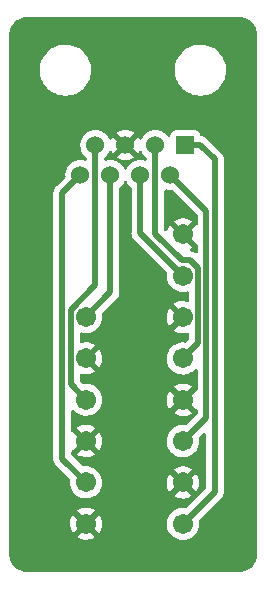
<source format=gbl>
%TF.GenerationSoftware,KiCad,Pcbnew,(6.0.4)*%
%TF.CreationDate,2022-04-04T21:58:20+02:00*%
%TF.ProjectId,TERMINATOR_BOARD,5445524d-494e-4415-944f-525f424f4152,rev?*%
%TF.SameCoordinates,Original*%
%TF.FileFunction,Copper,L2,Bot*%
%TF.FilePolarity,Positive*%
%FSLAX46Y46*%
G04 Gerber Fmt 4.6, Leading zero omitted, Abs format (unit mm)*
G04 Created by KiCad (PCBNEW (6.0.4)) date 2022-04-04 21:58:20*
%MOMM*%
%LPD*%
G01*
G04 APERTURE LIST*
%TA.AperFunction,ComponentPad*%
%ADD10C,1.702000*%
%TD*%
%TA.AperFunction,ComponentPad*%
%ADD11R,1.524000X1.524000*%
%TD*%
%TA.AperFunction,ComponentPad*%
%ADD12C,1.524000*%
%TD*%
%TA.AperFunction,Conductor*%
%ADD13C,0.500000*%
%TD*%
G04 APERTURE END LIST*
D10*
X115200000Y-93412000D03*
X115200000Y-89912000D03*
X115200000Y-86412000D03*
X115200000Y-82912000D03*
X115200000Y-79412000D03*
X115200000Y-75912000D03*
X115200000Y-72412000D03*
X115200000Y-68912000D03*
D11*
X115425000Y-61342000D03*
D12*
X114155000Y-63882000D03*
X112885000Y-61342000D03*
X111615000Y-63882000D03*
X110345000Y-61342000D03*
X109075000Y-63882000D03*
X107805000Y-61342000D03*
X106535000Y-63882000D03*
D10*
X107000000Y-75900000D03*
X107000000Y-79400000D03*
X107000000Y-82900000D03*
X107000000Y-86400000D03*
X107000000Y-89900000D03*
X107000000Y-93400000D03*
D13*
X106535000Y-63882000D02*
X104998989Y-65418011D01*
X104998989Y-87898989D02*
X107000000Y-89900000D01*
X104998989Y-65418011D02*
X104998989Y-87898989D01*
X115714000Y-61342000D02*
X115425000Y-61342000D01*
X116687000Y-61342000D02*
X117901021Y-62556021D01*
X115425000Y-61342000D02*
X116687000Y-61342000D01*
X117901021Y-90710979D02*
X115200000Y-93412000D01*
X117901021Y-62556021D02*
X117901021Y-90710979D01*
X111615000Y-68827000D02*
X115200000Y-72412000D01*
X111615000Y-63882000D02*
X111615000Y-68827000D01*
X105698999Y-75275519D02*
X105698999Y-81598999D01*
X105698999Y-81598999D02*
X107000000Y-82900000D01*
X107805000Y-61342000D02*
X107805000Y-73169518D01*
X107805000Y-73169518D02*
X105698999Y-75275519D01*
X109075000Y-63882000D02*
X109075000Y-73825000D01*
X109075000Y-73825000D02*
X107000000Y-75900000D01*
X115110999Y-71110999D02*
X115824481Y-71110999D01*
X115824481Y-71110999D02*
X116501001Y-71787519D01*
X116501001Y-78110999D02*
X115200000Y-79412000D01*
X112885000Y-68885000D02*
X115110999Y-71110999D01*
X116501001Y-71787519D02*
X116501001Y-78110999D01*
X112885000Y-61342000D02*
X112885000Y-68885000D01*
X117201011Y-66928011D02*
X117201011Y-84410989D01*
X114155000Y-63882000D02*
X117201011Y-66928011D01*
X117201011Y-84410989D02*
X115200000Y-86412000D01*
%TA.AperFunction,Conductor*%
G36*
X119970018Y-50510000D02*
G01*
X119984851Y-50512310D01*
X119984855Y-50512310D01*
X119993724Y-50513691D01*
X120008981Y-50511696D01*
X120034302Y-50510953D01*
X120203285Y-50523039D01*
X120221064Y-50525596D01*
X120411392Y-50566999D01*
X120428641Y-50572063D01*
X120611150Y-50640136D01*
X120627502Y-50647604D01*
X120798458Y-50740952D01*
X120813582Y-50750672D01*
X120969514Y-50867402D01*
X120983100Y-50879175D01*
X121120825Y-51016900D01*
X121132598Y-51030486D01*
X121249328Y-51186418D01*
X121259048Y-51201542D01*
X121352396Y-51372498D01*
X121359864Y-51388850D01*
X121427937Y-51571359D01*
X121433001Y-51588607D01*
X121474404Y-51778936D01*
X121476962Y-51796721D01*
X121488540Y-51958601D01*
X121487793Y-51976565D01*
X121487692Y-51984845D01*
X121486309Y-51993724D01*
X121487474Y-52002630D01*
X121490436Y-52025283D01*
X121491500Y-52041621D01*
X121491500Y-95950633D01*
X121490000Y-95970018D01*
X121487690Y-95984851D01*
X121487690Y-95984855D01*
X121486309Y-95993724D01*
X121488136Y-96007693D01*
X121488304Y-96008976D01*
X121489047Y-96034305D01*
X121476962Y-96203279D01*
X121474404Y-96221064D01*
X121456598Y-96302919D01*
X121433001Y-96411392D01*
X121427937Y-96428641D01*
X121359864Y-96611150D01*
X121352396Y-96627502D01*
X121259048Y-96798458D01*
X121249328Y-96813582D01*
X121132598Y-96969514D01*
X121120825Y-96983100D01*
X120983100Y-97120825D01*
X120969514Y-97132598D01*
X120813582Y-97249328D01*
X120798458Y-97259048D01*
X120627502Y-97352396D01*
X120611150Y-97359864D01*
X120428641Y-97427937D01*
X120411393Y-97433001D01*
X120221064Y-97474404D01*
X120203285Y-97476961D01*
X120041395Y-97488540D01*
X120023435Y-97487793D01*
X120015155Y-97487692D01*
X120006276Y-97486309D01*
X119974714Y-97490436D01*
X119958379Y-97491500D01*
X102049367Y-97491500D01*
X102029982Y-97490000D01*
X102015149Y-97487690D01*
X102015145Y-97487690D01*
X102006276Y-97486309D01*
X101991019Y-97488304D01*
X101965698Y-97489047D01*
X101796715Y-97476961D01*
X101778936Y-97474404D01*
X101588607Y-97433001D01*
X101571359Y-97427937D01*
X101388850Y-97359864D01*
X101372498Y-97352396D01*
X101201542Y-97259048D01*
X101186418Y-97249328D01*
X101030486Y-97132598D01*
X101016900Y-97120825D01*
X100879175Y-96983100D01*
X100867402Y-96969514D01*
X100750672Y-96813582D01*
X100740952Y-96798458D01*
X100647604Y-96627502D01*
X100640136Y-96611150D01*
X100572063Y-96428641D01*
X100566999Y-96411392D01*
X100543402Y-96302919D01*
X100525596Y-96221064D01*
X100523038Y-96203278D01*
X100511719Y-96045012D01*
X100512805Y-96022245D01*
X100512334Y-96022203D01*
X100512770Y-96017345D01*
X100513576Y-96012552D01*
X100513729Y-96000000D01*
X100509773Y-95972376D01*
X100508500Y-95954514D01*
X100508500Y-94525584D01*
X106239245Y-94525584D01*
X106244526Y-94532639D01*
X106406322Y-94627184D01*
X106415609Y-94631634D01*
X106614721Y-94707667D01*
X106624619Y-94710543D01*
X106833476Y-94753035D01*
X106843704Y-94754254D01*
X107056696Y-94762065D01*
X107066982Y-94761598D01*
X107278389Y-94734516D01*
X107288475Y-94732373D01*
X107492617Y-94671127D01*
X107502212Y-94667366D01*
X107693600Y-94573607D01*
X107702466Y-94568322D01*
X107749964Y-94534441D01*
X107758365Y-94523741D01*
X107751378Y-94510589D01*
X107012811Y-93772021D01*
X106998868Y-93764408D01*
X106997034Y-93764539D01*
X106990420Y-93768790D01*
X106246002Y-94513209D01*
X106239245Y-94525584D01*
X100508500Y-94525584D01*
X100508500Y-93371839D01*
X105637046Y-93371839D01*
X105649315Y-93584616D01*
X105650751Y-93594837D01*
X105697607Y-93802746D01*
X105700687Y-93812575D01*
X105780874Y-94010056D01*
X105785517Y-94019247D01*
X105865732Y-94150147D01*
X105876188Y-94159607D01*
X105884966Y-94155823D01*
X106627979Y-93412811D01*
X106634356Y-93401132D01*
X107364408Y-93401132D01*
X107364539Y-93402965D01*
X107368790Y-93409580D01*
X108111191Y-94151981D01*
X108123201Y-94158539D01*
X108134941Y-94149571D01*
X108165864Y-94106537D01*
X108171174Y-94097700D01*
X108265603Y-93906637D01*
X108269402Y-93897042D01*
X108331357Y-93693127D01*
X108333536Y-93683046D01*
X108361593Y-93469935D01*
X108362112Y-93463262D01*
X108363576Y-93403365D01*
X108363382Y-93396646D01*
X108345771Y-93182430D01*
X108344088Y-93172268D01*
X108292165Y-92965551D01*
X108288847Y-92955803D01*
X108203858Y-92760341D01*
X108198991Y-92751264D01*
X108133786Y-92650474D01*
X108123100Y-92641272D01*
X108113535Y-92645675D01*
X107372022Y-93387188D01*
X107364408Y-93401132D01*
X106634356Y-93401132D01*
X106635592Y-93398868D01*
X106635461Y-93397034D01*
X106631210Y-93390420D01*
X105889125Y-92648336D01*
X105877593Y-92642039D01*
X105865311Y-92651662D01*
X105817218Y-92722163D01*
X105812129Y-92731121D01*
X105722391Y-92924445D01*
X105718837Y-92934105D01*
X105661875Y-93139504D01*
X105659948Y-93149608D01*
X105637298Y-93361550D01*
X105637046Y-93371839D01*
X100508500Y-93371839D01*
X100508500Y-92275712D01*
X106240508Y-92275712D01*
X106247250Y-92288039D01*
X106987189Y-93027979D01*
X107001132Y-93035592D01*
X107002966Y-93035461D01*
X107009580Y-93031210D01*
X107754106Y-92286683D01*
X107761123Y-92273833D01*
X107754294Y-92264461D01*
X107750111Y-92261682D01*
X107563523Y-92158680D01*
X107554118Y-92154453D01*
X107353213Y-92083309D01*
X107343250Y-92080677D01*
X107133420Y-92043300D01*
X107123169Y-92042331D01*
X106910046Y-92039727D01*
X106899762Y-92040447D01*
X106689087Y-92072684D01*
X106679060Y-92075073D01*
X106476479Y-92141287D01*
X106466970Y-92145284D01*
X106277928Y-92243693D01*
X106269204Y-92249187D01*
X106248962Y-92264385D01*
X106240508Y-92275712D01*
X100508500Y-92275712D01*
X100508500Y-87872338D01*
X104235790Y-87872338D01*
X104236383Y-87879630D01*
X104236383Y-87879633D01*
X104240074Y-87925007D01*
X104240489Y-87935222D01*
X104240489Y-87943282D01*
X104240914Y-87946926D01*
X104243778Y-87971496D01*
X104244211Y-87975871D01*
X104250129Y-88048626D01*
X104252385Y-88055590D01*
X104253576Y-88061549D01*
X104254960Y-88067404D01*
X104255807Y-88074670D01*
X104280724Y-88143316D01*
X104282141Y-88147444D01*
X104304638Y-88216888D01*
X104308434Y-88223143D01*
X104310940Y-88228617D01*
X104313659Y-88234047D01*
X104316156Y-88240926D01*
X104320169Y-88247046D01*
X104320169Y-88247047D01*
X104356175Y-88301965D01*
X104358512Y-88305669D01*
X104396394Y-88368096D01*
X104400110Y-88372304D01*
X104400111Y-88372305D01*
X104403792Y-88376473D01*
X104403765Y-88376497D01*
X104406418Y-88379489D01*
X104409121Y-88382722D01*
X104413133Y-88388841D01*
X104418445Y-88393873D01*
X104469372Y-88442117D01*
X104471814Y-88444495D01*
X105618541Y-89591222D01*
X105652567Y-89653534D01*
X105654733Y-89693705D01*
X105636248Y-89866671D01*
X105636545Y-89871823D01*
X105636545Y-89871827D01*
X105637238Y-89883839D01*
X105649117Y-90089854D01*
X105650252Y-90094891D01*
X105650253Y-90094897D01*
X105691158Y-90276408D01*
X105698264Y-90307939D01*
X105700208Y-90312725D01*
X105700209Y-90312730D01*
X105780427Y-90510282D01*
X105782371Y-90515069D01*
X105899178Y-90705680D01*
X105902559Y-90709583D01*
X106042163Y-90870747D01*
X106042167Y-90870751D01*
X106045548Y-90874654D01*
X106049523Y-90877954D01*
X106049526Y-90877957D01*
X106107751Y-90926296D01*
X106217551Y-91017454D01*
X106222003Y-91020056D01*
X106222008Y-91020059D01*
X106379795Y-91112262D01*
X106410566Y-91130243D01*
X106619412Y-91209993D01*
X106624480Y-91211024D01*
X106624483Y-91211025D01*
X106694726Y-91225316D01*
X106838478Y-91254563D01*
X106843653Y-91254753D01*
X106843655Y-91254753D01*
X107056718Y-91262566D01*
X107056722Y-91262566D01*
X107061882Y-91262755D01*
X107067002Y-91262099D01*
X107067004Y-91262099D01*
X107278497Y-91235006D01*
X107278498Y-91235006D01*
X107283625Y-91234349D01*
X107313734Y-91225316D01*
X107492797Y-91171594D01*
X107497750Y-91170108D01*
X107502389Y-91167835D01*
X107502395Y-91167833D01*
X107658608Y-91091305D01*
X107698508Y-91071758D01*
X107746418Y-91037584D01*
X114439245Y-91037584D01*
X114444526Y-91044639D01*
X114606322Y-91139184D01*
X114615609Y-91143634D01*
X114814721Y-91219667D01*
X114824619Y-91222543D01*
X115033476Y-91265035D01*
X115043704Y-91266254D01*
X115256696Y-91274065D01*
X115266982Y-91273598D01*
X115478389Y-91246516D01*
X115488475Y-91244373D01*
X115692617Y-91183127D01*
X115702212Y-91179366D01*
X115893600Y-91085607D01*
X115902466Y-91080322D01*
X115949964Y-91046441D01*
X115958365Y-91035741D01*
X115951378Y-91022589D01*
X115212811Y-90284021D01*
X115198868Y-90276408D01*
X115197034Y-90276539D01*
X115190420Y-90280790D01*
X114446002Y-91025209D01*
X114439245Y-91037584D01*
X107746418Y-91037584D01*
X107831114Y-90977171D01*
X107876295Y-90944944D01*
X107876300Y-90944940D01*
X107880507Y-90941939D01*
X108038859Y-90784139D01*
X108042650Y-90778864D01*
X108166294Y-90606794D01*
X108169312Y-90602594D01*
X108209117Y-90522056D01*
X108263149Y-90412729D01*
X108268363Y-90402180D01*
X108304263Y-90284021D01*
X108331847Y-90193233D01*
X108331848Y-90193227D01*
X108333351Y-90188281D01*
X108346988Y-90084695D01*
X108362093Y-89969961D01*
X108362093Y-89969955D01*
X108362530Y-89966639D01*
X108362612Y-89963286D01*
X108364077Y-89903364D01*
X108364077Y-89903360D01*
X108364159Y-89900000D01*
X108362830Y-89883839D01*
X113837046Y-89883839D01*
X113849315Y-90096616D01*
X113850751Y-90106837D01*
X113897607Y-90314746D01*
X113900687Y-90324575D01*
X113980874Y-90522056D01*
X113985517Y-90531247D01*
X114065732Y-90662147D01*
X114076188Y-90671607D01*
X114084966Y-90667823D01*
X114827979Y-89924811D01*
X114834356Y-89913132D01*
X115564408Y-89913132D01*
X115564539Y-89914965D01*
X115568790Y-89921580D01*
X116311191Y-90663981D01*
X116323201Y-90670539D01*
X116334941Y-90661571D01*
X116365864Y-90618537D01*
X116371174Y-90609700D01*
X116465603Y-90418637D01*
X116469402Y-90409042D01*
X116531357Y-90205127D01*
X116533536Y-90195046D01*
X116561593Y-89981935D01*
X116562112Y-89975262D01*
X116563576Y-89915365D01*
X116563382Y-89908646D01*
X116545771Y-89694430D01*
X116544088Y-89684268D01*
X116492165Y-89477551D01*
X116488847Y-89467803D01*
X116403858Y-89272341D01*
X116398991Y-89263264D01*
X116333786Y-89162474D01*
X116323100Y-89153272D01*
X116313535Y-89157675D01*
X115572022Y-89899188D01*
X115564408Y-89913132D01*
X114834356Y-89913132D01*
X114835592Y-89910868D01*
X114835461Y-89909034D01*
X114831210Y-89902420D01*
X114089125Y-89160336D01*
X114077593Y-89154039D01*
X114065311Y-89163662D01*
X114017218Y-89234163D01*
X114012129Y-89243121D01*
X113922391Y-89436445D01*
X113918837Y-89446105D01*
X113861875Y-89651504D01*
X113859948Y-89661608D01*
X113837298Y-89873550D01*
X113837046Y-89883839D01*
X108362830Y-89883839D01*
X108347258Y-89694430D01*
X108346265Y-89682348D01*
X108346264Y-89682342D01*
X108345841Y-89677197D01*
X108291380Y-89460378D01*
X108202238Y-89255366D01*
X108080809Y-89067665D01*
X107930354Y-88902317D01*
X107858701Y-88845729D01*
X107785239Y-88787712D01*
X114440508Y-88787712D01*
X114447250Y-88800039D01*
X115187189Y-89539979D01*
X115201132Y-89547592D01*
X115202966Y-89547461D01*
X115209580Y-89543210D01*
X115954106Y-88798683D01*
X115961123Y-88785833D01*
X115954294Y-88776461D01*
X115950111Y-88773682D01*
X115763523Y-88670680D01*
X115754118Y-88666453D01*
X115553213Y-88595309D01*
X115543250Y-88592677D01*
X115333420Y-88555300D01*
X115323169Y-88554331D01*
X115110046Y-88551727D01*
X115099762Y-88552447D01*
X114889087Y-88584684D01*
X114879060Y-88587073D01*
X114676479Y-88653287D01*
X114666970Y-88657284D01*
X114477928Y-88755693D01*
X114469204Y-88761187D01*
X114448962Y-88776385D01*
X114440508Y-88787712D01*
X107785239Y-88787712D01*
X107758968Y-88766964D01*
X107758963Y-88766961D01*
X107754914Y-88763763D01*
X107750398Y-88761270D01*
X107750395Y-88761268D01*
X107563724Y-88658220D01*
X107563720Y-88658218D01*
X107559200Y-88655723D01*
X107554331Y-88653999D01*
X107554327Y-88653997D01*
X107353344Y-88582825D01*
X107353340Y-88582824D01*
X107348469Y-88581099D01*
X107343376Y-88580192D01*
X107343373Y-88580191D01*
X107133468Y-88542801D01*
X107133462Y-88542800D01*
X107128379Y-88541895D01*
X107054610Y-88540994D01*
X106910011Y-88539227D01*
X106910009Y-88539227D01*
X106904841Y-88539164D01*
X106800509Y-88555129D01*
X106730146Y-88545661D01*
X106692355Y-88519674D01*
X105794394Y-87621713D01*
X105760368Y-87559401D01*
X105757489Y-87532618D01*
X105757489Y-87525584D01*
X106239245Y-87525584D01*
X106244526Y-87532639D01*
X106406322Y-87627184D01*
X106415609Y-87631634D01*
X106614721Y-87707667D01*
X106624619Y-87710543D01*
X106833476Y-87753035D01*
X106843704Y-87754254D01*
X107056696Y-87762065D01*
X107066982Y-87761598D01*
X107278389Y-87734516D01*
X107288475Y-87732373D01*
X107492617Y-87671127D01*
X107502212Y-87667366D01*
X107693600Y-87573607D01*
X107702466Y-87568322D01*
X107749964Y-87534441D01*
X107758365Y-87523741D01*
X107751378Y-87510589D01*
X107012811Y-86772021D01*
X106998868Y-86764408D01*
X106997034Y-86764539D01*
X106990420Y-86768790D01*
X106246002Y-87513209D01*
X106239245Y-87525584D01*
X105757489Y-87525584D01*
X105757489Y-87289511D01*
X105777491Y-87221390D01*
X105831147Y-87174897D01*
X105844978Y-87173059D01*
X105884966Y-87155823D01*
X106627979Y-86412811D01*
X106634356Y-86401132D01*
X107364408Y-86401132D01*
X107364539Y-86402965D01*
X107368790Y-86409580D01*
X108111191Y-87151981D01*
X108123201Y-87158539D01*
X108134941Y-87149571D01*
X108165864Y-87106537D01*
X108171174Y-87097700D01*
X108265603Y-86906637D01*
X108269402Y-86897042D01*
X108331357Y-86693127D01*
X108333536Y-86683046D01*
X108361593Y-86469935D01*
X108362112Y-86463262D01*
X108363576Y-86403365D01*
X108363382Y-86396646D01*
X108345771Y-86182430D01*
X108344088Y-86172268D01*
X108292165Y-85965551D01*
X108288847Y-85955803D01*
X108203858Y-85760341D01*
X108198991Y-85751264D01*
X108133786Y-85650474D01*
X108123100Y-85641272D01*
X108113535Y-85645675D01*
X107372022Y-86387188D01*
X107364408Y-86401132D01*
X106634356Y-86401132D01*
X106635592Y-86398868D01*
X106635461Y-86397034D01*
X106631210Y-86390420D01*
X105889125Y-85648336D01*
X105859975Y-85632419D01*
X105823106Y-85624399D01*
X105772903Y-85574198D01*
X105757489Y-85513810D01*
X105757489Y-85275712D01*
X106240508Y-85275712D01*
X106247250Y-85288039D01*
X106987189Y-86027979D01*
X107001132Y-86035592D01*
X107002966Y-86035461D01*
X107009580Y-86031210D01*
X107754106Y-85286683D01*
X107761123Y-85273833D01*
X107754294Y-85264461D01*
X107750111Y-85261682D01*
X107563523Y-85158680D01*
X107554118Y-85154453D01*
X107353213Y-85083309D01*
X107343250Y-85080677D01*
X107133420Y-85043300D01*
X107123169Y-85042331D01*
X106910046Y-85039727D01*
X106899762Y-85040447D01*
X106689087Y-85072684D01*
X106679060Y-85075073D01*
X106476479Y-85141287D01*
X106466970Y-85145284D01*
X106277928Y-85243693D01*
X106269204Y-85249187D01*
X106248962Y-85264385D01*
X106240508Y-85275712D01*
X105757489Y-85275712D01*
X105757489Y-83880011D01*
X105777491Y-83811890D01*
X105831147Y-83765397D01*
X105901421Y-83755293D01*
X105966001Y-83784787D01*
X105978726Y-83797513D01*
X105991180Y-83811890D01*
X106045548Y-83874654D01*
X106049523Y-83877954D01*
X106049526Y-83877957D01*
X106107751Y-83926296D01*
X106217551Y-84017454D01*
X106222003Y-84020056D01*
X106222008Y-84020059D01*
X106406108Y-84127638D01*
X106410566Y-84130243D01*
X106619412Y-84209993D01*
X106624480Y-84211024D01*
X106624483Y-84211025D01*
X106731825Y-84232864D01*
X106838478Y-84254563D01*
X106843653Y-84254753D01*
X106843655Y-84254753D01*
X107056718Y-84262566D01*
X107056722Y-84262566D01*
X107061882Y-84262755D01*
X107067002Y-84262099D01*
X107067004Y-84262099D01*
X107278497Y-84235006D01*
X107278498Y-84235006D01*
X107283625Y-84234349D01*
X107332563Y-84219667D01*
X107492797Y-84171594D01*
X107497750Y-84170108D01*
X107502389Y-84167835D01*
X107502395Y-84167833D01*
X107658608Y-84091305D01*
X107698508Y-84071758D01*
X107746418Y-84037584D01*
X114439245Y-84037584D01*
X114444526Y-84044639D01*
X114606322Y-84139184D01*
X114615609Y-84143634D01*
X114814721Y-84219667D01*
X114824619Y-84222543D01*
X115033476Y-84265035D01*
X115043704Y-84266254D01*
X115256696Y-84274065D01*
X115266982Y-84273598D01*
X115478389Y-84246516D01*
X115488475Y-84244373D01*
X115692617Y-84183127D01*
X115702212Y-84179366D01*
X115893600Y-84085607D01*
X115902466Y-84080322D01*
X115949964Y-84046441D01*
X115958365Y-84035741D01*
X115951378Y-84022589D01*
X115212811Y-83284021D01*
X115198868Y-83276408D01*
X115197034Y-83276539D01*
X115190420Y-83280790D01*
X114446002Y-84025209D01*
X114439245Y-84037584D01*
X107746418Y-84037584D01*
X107779266Y-84014154D01*
X107876295Y-83944944D01*
X107876300Y-83944940D01*
X107880507Y-83941939D01*
X108038859Y-83784139D01*
X108052327Y-83765397D01*
X108166294Y-83606794D01*
X108169312Y-83602594D01*
X108209117Y-83522056D01*
X108266069Y-83406821D01*
X108268363Y-83402180D01*
X108304263Y-83284021D01*
X108331847Y-83193233D01*
X108331848Y-83193227D01*
X108333351Y-83188281D01*
X108362530Y-82966639D01*
X108362612Y-82963286D01*
X108364077Y-82903364D01*
X108364077Y-82903360D01*
X108364159Y-82900000D01*
X108362830Y-82883839D01*
X113837046Y-82883839D01*
X113849315Y-83096616D01*
X113850751Y-83106837D01*
X113897607Y-83314746D01*
X113900687Y-83324575D01*
X113980874Y-83522056D01*
X113985517Y-83531247D01*
X114065732Y-83662147D01*
X114076188Y-83671607D01*
X114084966Y-83667823D01*
X114827979Y-82924811D01*
X114835592Y-82910868D01*
X114835461Y-82909034D01*
X114831210Y-82902420D01*
X114089125Y-82160336D01*
X114077593Y-82154039D01*
X114065311Y-82163662D01*
X114017218Y-82234163D01*
X114012129Y-82243121D01*
X113922391Y-82436445D01*
X113918837Y-82446105D01*
X113861875Y-82651504D01*
X113859948Y-82661608D01*
X113837298Y-82873550D01*
X113837046Y-82883839D01*
X108362830Y-82883839D01*
X108356927Y-82812031D01*
X108346265Y-82682348D01*
X108346264Y-82682342D01*
X108345841Y-82677197D01*
X108291380Y-82460378D01*
X108202238Y-82255366D01*
X108080809Y-82067665D01*
X107930354Y-81902317D01*
X107858701Y-81845729D01*
X107785239Y-81787712D01*
X114440508Y-81787712D01*
X114447250Y-81800039D01*
X115187189Y-82539979D01*
X115201132Y-82547592D01*
X115202966Y-82547461D01*
X115209580Y-82543210D01*
X115954106Y-81798683D01*
X115961123Y-81785833D01*
X115954294Y-81776461D01*
X115950111Y-81773682D01*
X115763523Y-81670680D01*
X115754118Y-81666453D01*
X115553213Y-81595309D01*
X115543250Y-81592677D01*
X115333420Y-81555300D01*
X115323169Y-81554331D01*
X115110046Y-81551727D01*
X115099762Y-81552447D01*
X114889087Y-81584684D01*
X114879060Y-81587073D01*
X114676479Y-81653287D01*
X114666970Y-81657284D01*
X114477928Y-81755693D01*
X114469204Y-81761187D01*
X114448962Y-81776385D01*
X114440508Y-81787712D01*
X107785239Y-81787712D01*
X107758968Y-81766964D01*
X107758963Y-81766961D01*
X107754914Y-81763763D01*
X107750398Y-81761270D01*
X107750395Y-81761268D01*
X107563724Y-81658220D01*
X107563720Y-81658218D01*
X107559200Y-81655723D01*
X107554331Y-81653999D01*
X107554327Y-81653997D01*
X107353344Y-81582825D01*
X107353340Y-81582824D01*
X107348469Y-81581099D01*
X107343376Y-81580192D01*
X107343373Y-81580191D01*
X107133468Y-81542801D01*
X107133462Y-81542800D01*
X107128379Y-81541895D01*
X107054610Y-81540994D01*
X106910011Y-81539227D01*
X106910009Y-81539227D01*
X106904841Y-81539164D01*
X106800509Y-81555129D01*
X106730146Y-81545661D01*
X106692355Y-81519674D01*
X106494404Y-81321723D01*
X106460378Y-81259411D01*
X106457499Y-81232628D01*
X106457499Y-80829807D01*
X106477501Y-80761686D01*
X106531157Y-80715193D01*
X106601431Y-80705089D01*
X106618649Y-80708809D01*
X106624615Y-80710542D01*
X106833476Y-80753035D01*
X106843704Y-80754254D01*
X107056696Y-80762065D01*
X107066982Y-80761598D01*
X107278389Y-80734516D01*
X107288475Y-80732373D01*
X107492617Y-80671127D01*
X107502212Y-80667366D01*
X107693600Y-80573607D01*
X107702466Y-80568322D01*
X107749964Y-80534441D01*
X107758365Y-80523741D01*
X107751377Y-80510588D01*
X106729885Y-79489095D01*
X106695859Y-79426783D01*
X106697694Y-79401132D01*
X107364408Y-79401132D01*
X107364539Y-79402965D01*
X107368790Y-79409580D01*
X108111191Y-80151981D01*
X108123201Y-80158539D01*
X108134941Y-80149571D01*
X108165864Y-80106537D01*
X108171174Y-80097700D01*
X108265603Y-79906637D01*
X108269402Y-79897042D01*
X108331357Y-79693127D01*
X108333536Y-79683046D01*
X108361593Y-79469935D01*
X108362112Y-79463262D01*
X108363576Y-79403365D01*
X108363382Y-79396646D01*
X108345771Y-79182430D01*
X108344088Y-79172268D01*
X108292165Y-78965551D01*
X108288847Y-78955803D01*
X108203858Y-78760341D01*
X108198991Y-78751264D01*
X108133786Y-78650474D01*
X108123100Y-78641272D01*
X108113535Y-78645675D01*
X107372022Y-79387188D01*
X107364408Y-79401132D01*
X106697694Y-79401132D01*
X106700924Y-79355967D01*
X106729885Y-79310905D01*
X107000000Y-79040790D01*
X107754102Y-78286687D01*
X107761122Y-78273832D01*
X107754292Y-78264459D01*
X107750111Y-78261682D01*
X107563523Y-78158680D01*
X107554118Y-78154453D01*
X107353213Y-78083309D01*
X107343250Y-78080677D01*
X107133420Y-78043300D01*
X107123169Y-78042331D01*
X106910046Y-78039727D01*
X106899762Y-78040447D01*
X106689087Y-78072684D01*
X106679060Y-78075073D01*
X106622644Y-78093512D01*
X106551680Y-78095663D01*
X106490818Y-78059107D01*
X106459382Y-77995449D01*
X106457499Y-77973747D01*
X106457499Y-77330328D01*
X106477501Y-77262207D01*
X106531157Y-77215714D01*
X106601431Y-77205610D01*
X106616409Y-77208846D01*
X106619412Y-77209993D01*
X106838478Y-77254563D01*
X106843653Y-77254753D01*
X106843655Y-77254753D01*
X107056718Y-77262566D01*
X107056722Y-77262566D01*
X107061882Y-77262755D01*
X107067002Y-77262099D01*
X107067004Y-77262099D01*
X107278497Y-77235006D01*
X107278498Y-77235006D01*
X107283625Y-77234349D01*
X107332563Y-77219667D01*
X107492797Y-77171594D01*
X107497750Y-77170108D01*
X107502389Y-77167835D01*
X107502395Y-77167833D01*
X107693870Y-77074030D01*
X107698508Y-77071758D01*
X107763773Y-77025205D01*
X107876295Y-76944944D01*
X107876300Y-76944940D01*
X107880507Y-76941939D01*
X108038859Y-76784139D01*
X108169312Y-76602594D01*
X108209117Y-76522056D01*
X108266069Y-76406821D01*
X108268363Y-76402180D01*
X108308155Y-76271210D01*
X108331847Y-76193233D01*
X108331848Y-76193227D01*
X108333351Y-76188281D01*
X108362530Y-75966639D01*
X108362789Y-75956033D01*
X108364077Y-75903364D01*
X108364077Y-75903360D01*
X108364159Y-75900000D01*
X108362830Y-75883839D01*
X113837046Y-75883839D01*
X113849315Y-76096616D01*
X113850751Y-76106837D01*
X113897607Y-76314746D01*
X113900687Y-76324575D01*
X113980874Y-76522056D01*
X113985517Y-76531247D01*
X114065732Y-76662147D01*
X114076188Y-76671607D01*
X114084966Y-76667823D01*
X114827979Y-75924811D01*
X114835592Y-75910868D01*
X114835461Y-75909034D01*
X114831210Y-75902420D01*
X114089125Y-75160336D01*
X114077593Y-75154039D01*
X114065311Y-75163662D01*
X114017218Y-75234163D01*
X114012129Y-75243121D01*
X113922391Y-75436445D01*
X113918837Y-75446105D01*
X113861875Y-75651504D01*
X113859948Y-75661608D01*
X113837298Y-75873550D01*
X113837046Y-75883839D01*
X108362830Y-75883839D01*
X108346797Y-75688822D01*
X108361150Y-75619292D01*
X108383278Y-75589403D01*
X109563911Y-74408770D01*
X109578323Y-74396384D01*
X109589918Y-74387851D01*
X109589923Y-74387846D01*
X109595818Y-74383508D01*
X109600557Y-74377930D01*
X109600560Y-74377927D01*
X109630035Y-74343232D01*
X109636965Y-74335716D01*
X109642660Y-74330021D01*
X109660281Y-74307749D01*
X109663072Y-74304345D01*
X109705591Y-74254297D01*
X109705592Y-74254295D01*
X109710333Y-74248715D01*
X109713661Y-74242199D01*
X109717028Y-74237150D01*
X109720195Y-74232021D01*
X109724734Y-74226284D01*
X109755655Y-74160125D01*
X109757561Y-74156225D01*
X109763626Y-74144348D01*
X109790769Y-74091192D01*
X109792508Y-74084084D01*
X109794607Y-74078441D01*
X109796524Y-74072678D01*
X109799622Y-74066050D01*
X109814487Y-73994583D01*
X109815457Y-73990299D01*
X109823308Y-73958214D01*
X109832808Y-73919390D01*
X109833500Y-73908236D01*
X109833536Y-73908238D01*
X109833775Y-73904245D01*
X109834149Y-73900053D01*
X109835640Y-73892885D01*
X109833546Y-73815479D01*
X109833500Y-73812072D01*
X109833500Y-64967478D01*
X109853502Y-64899357D01*
X109887229Y-64864265D01*
X109890270Y-64862136D01*
X109890272Y-64862134D01*
X109894781Y-64858977D01*
X110051977Y-64701781D01*
X110179488Y-64519676D01*
X110181811Y-64514694D01*
X110181814Y-64514689D01*
X110230805Y-64409627D01*
X110277723Y-64356342D01*
X110346000Y-64336881D01*
X110413960Y-64357423D01*
X110459195Y-64409627D01*
X110508186Y-64514689D01*
X110508189Y-64514694D01*
X110510512Y-64519676D01*
X110638023Y-64701781D01*
X110795219Y-64858977D01*
X110799728Y-64862134D01*
X110799730Y-64862136D01*
X110802771Y-64864265D01*
X110803797Y-64865548D01*
X110803943Y-64865671D01*
X110803918Y-64865700D01*
X110847099Y-64919722D01*
X110856500Y-64967478D01*
X110856500Y-68759930D01*
X110855067Y-68778880D01*
X110851801Y-68800349D01*
X110852394Y-68807641D01*
X110852394Y-68807644D01*
X110856085Y-68853018D01*
X110856500Y-68863233D01*
X110856500Y-68871293D01*
X110856925Y-68874937D01*
X110859789Y-68899507D01*
X110860222Y-68903882D01*
X110861662Y-68921580D01*
X110866140Y-68976637D01*
X110868396Y-68983601D01*
X110869587Y-68989560D01*
X110870971Y-68995415D01*
X110871818Y-69002681D01*
X110896735Y-69071327D01*
X110898152Y-69075455D01*
X110920649Y-69144899D01*
X110924445Y-69151154D01*
X110926951Y-69156628D01*
X110929670Y-69162058D01*
X110932167Y-69168937D01*
X110936180Y-69175057D01*
X110936180Y-69175058D01*
X110972186Y-69229976D01*
X110974523Y-69233680D01*
X111012405Y-69296107D01*
X111016121Y-69300315D01*
X111016122Y-69300316D01*
X111019803Y-69304484D01*
X111019776Y-69304508D01*
X111022429Y-69307500D01*
X111025132Y-69310733D01*
X111029144Y-69316852D01*
X111034456Y-69321884D01*
X111085383Y-69370128D01*
X111087825Y-69372506D01*
X113818541Y-72103222D01*
X113852567Y-72165534D01*
X113854733Y-72205705D01*
X113836248Y-72378671D01*
X113849117Y-72601854D01*
X113898264Y-72819939D01*
X113900208Y-72824725D01*
X113900209Y-72824730D01*
X113927623Y-72892242D01*
X113982371Y-73027069D01*
X114099178Y-73217680D01*
X114102559Y-73221583D01*
X114242163Y-73382747D01*
X114242167Y-73382751D01*
X114245548Y-73386654D01*
X114417551Y-73529454D01*
X114422003Y-73532056D01*
X114422008Y-73532059D01*
X114606108Y-73639638D01*
X114610566Y-73642243D01*
X114819412Y-73721993D01*
X114824480Y-73723024D01*
X114824483Y-73723025D01*
X114931825Y-73744864D01*
X115038478Y-73766563D01*
X115043653Y-73766753D01*
X115043655Y-73766753D01*
X115256718Y-73774566D01*
X115256722Y-73774566D01*
X115261882Y-73774755D01*
X115267002Y-73774099D01*
X115267004Y-73774099D01*
X115478497Y-73747006D01*
X115478498Y-73747006D01*
X115483625Y-73746349D01*
X115580293Y-73717347D01*
X115651289Y-73716931D01*
X115711239Y-73754963D01*
X115741111Y-73819369D01*
X115742501Y-73838033D01*
X115742501Y-74484054D01*
X115722499Y-74552175D01*
X115668843Y-74598668D01*
X115598569Y-74608772D01*
X115574441Y-74602827D01*
X115553209Y-74595308D01*
X115543250Y-74592677D01*
X115333420Y-74555300D01*
X115323169Y-74554331D01*
X115110046Y-74551727D01*
X115099762Y-74552447D01*
X114889087Y-74584684D01*
X114879060Y-74587073D01*
X114676479Y-74653287D01*
X114666970Y-74657284D01*
X114477928Y-74755693D01*
X114469204Y-74761187D01*
X114448962Y-74776385D01*
X114440508Y-74787711D01*
X114447254Y-74800043D01*
X115470115Y-75822905D01*
X115504141Y-75885217D01*
X115499076Y-75956033D01*
X115470115Y-76001095D01*
X115200000Y-76271210D01*
X114446006Y-77025205D01*
X114439246Y-77037585D01*
X114444527Y-77044639D01*
X114606322Y-77139184D01*
X114615609Y-77143634D01*
X114814721Y-77219667D01*
X114824619Y-77222543D01*
X115033476Y-77265035D01*
X115043704Y-77266254D01*
X115256696Y-77274065D01*
X115266982Y-77273598D01*
X115478389Y-77246516D01*
X115488482Y-77244371D01*
X115580293Y-77216826D01*
X115651288Y-77216408D01*
X115711239Y-77254441D01*
X115741111Y-77318847D01*
X115742501Y-77337511D01*
X115742501Y-77744628D01*
X115722499Y-77812749D01*
X115705596Y-77833723D01*
X115508159Y-78031160D01*
X115445847Y-78065186D01*
X115396972Y-78066113D01*
X115328379Y-78053895D01*
X115254610Y-78052994D01*
X115110011Y-78051227D01*
X115110009Y-78051227D01*
X115104841Y-78051164D01*
X114883859Y-78084979D01*
X114671367Y-78154432D01*
X114473072Y-78257658D01*
X114468939Y-78260761D01*
X114468936Y-78260763D01*
X114451530Y-78273832D01*
X114294299Y-78391885D01*
X114139849Y-78553507D01*
X114013871Y-78738185D01*
X114011697Y-78742869D01*
X114011695Y-78742872D01*
X113921923Y-78936267D01*
X113921921Y-78936272D01*
X113919746Y-78940958D01*
X113860004Y-79156382D01*
X113836248Y-79378671D01*
X113849117Y-79601854D01*
X113898264Y-79819939D01*
X113900208Y-79824725D01*
X113900209Y-79824730D01*
X113957771Y-79966487D01*
X113982371Y-80027069D01*
X114099178Y-80217680D01*
X114102559Y-80221583D01*
X114242163Y-80382747D01*
X114242167Y-80382751D01*
X114245548Y-80386654D01*
X114417551Y-80529454D01*
X114422003Y-80532056D01*
X114422008Y-80532059D01*
X114505345Y-80580757D01*
X114610566Y-80642243D01*
X114819412Y-80721993D01*
X114824480Y-80723024D01*
X114824483Y-80723025D01*
X114931825Y-80744864D01*
X115038478Y-80766563D01*
X115043653Y-80766753D01*
X115043655Y-80766753D01*
X115256718Y-80774566D01*
X115256722Y-80774566D01*
X115261882Y-80774755D01*
X115267002Y-80774099D01*
X115267004Y-80774099D01*
X115478497Y-80747006D01*
X115478498Y-80747006D01*
X115483625Y-80746349D01*
X115561368Y-80723025D01*
X115692797Y-80683594D01*
X115697750Y-80682108D01*
X115702389Y-80679835D01*
X115702395Y-80679833D01*
X115893870Y-80586030D01*
X115898508Y-80583758D01*
X115979266Y-80526154D01*
X116076295Y-80456944D01*
X116076300Y-80456940D01*
X116080507Y-80453939D01*
X116227570Y-80307388D01*
X116289943Y-80273472D01*
X116360750Y-80278660D01*
X116417511Y-80321306D01*
X116442205Y-80387870D01*
X116442511Y-80396639D01*
X116442511Y-82024131D01*
X116422509Y-82092252D01*
X116368853Y-82138745D01*
X116348109Y-82141759D01*
X116313535Y-82157675D01*
X115572022Y-82899188D01*
X115564408Y-82913132D01*
X115564539Y-82914965D01*
X115568790Y-82921580D01*
X116311191Y-83663981D01*
X116340632Y-83680058D01*
X116376895Y-83687946D01*
X116427098Y-83738147D01*
X116442511Y-83798534D01*
X116442511Y-84044618D01*
X116422509Y-84112739D01*
X116405606Y-84133713D01*
X115508159Y-85031160D01*
X115445847Y-85065186D01*
X115396972Y-85066113D01*
X115328379Y-85053895D01*
X115254610Y-85052994D01*
X115110011Y-85051227D01*
X115110009Y-85051227D01*
X115104841Y-85051164D01*
X114883859Y-85084979D01*
X114671367Y-85154432D01*
X114666775Y-85156822D01*
X114666776Y-85156822D01*
X114489345Y-85249187D01*
X114473072Y-85257658D01*
X114468939Y-85260761D01*
X114468936Y-85260763D01*
X114449026Y-85275712D01*
X114294299Y-85391885D01*
X114139849Y-85553507D01*
X114013871Y-85738185D01*
X114011697Y-85742869D01*
X114011695Y-85742872D01*
X113921923Y-85936267D01*
X113921921Y-85936272D01*
X113919746Y-85940958D01*
X113860004Y-86156382D01*
X113836248Y-86378671D01*
X113836545Y-86383823D01*
X113836545Y-86383827D01*
X113838364Y-86415364D01*
X113849117Y-86601854D01*
X113850252Y-86606891D01*
X113850253Y-86606897D01*
X113885779Y-86764539D01*
X113898264Y-86819939D01*
X113900208Y-86824725D01*
X113900209Y-86824730D01*
X113936531Y-86914180D01*
X113982371Y-87027069D01*
X114099178Y-87217680D01*
X114102559Y-87221583D01*
X114242163Y-87382747D01*
X114242167Y-87382751D01*
X114245548Y-87386654D01*
X114417551Y-87529454D01*
X114422003Y-87532056D01*
X114422008Y-87532059D01*
X114592411Y-87631634D01*
X114610566Y-87642243D01*
X114819412Y-87721993D01*
X114824480Y-87723024D01*
X114824483Y-87723025D01*
X114931825Y-87744864D01*
X115038478Y-87766563D01*
X115043653Y-87766753D01*
X115043655Y-87766753D01*
X115256718Y-87774566D01*
X115256722Y-87774566D01*
X115261882Y-87774755D01*
X115267002Y-87774099D01*
X115267004Y-87774099D01*
X115478497Y-87747006D01*
X115478498Y-87747006D01*
X115483625Y-87746349D01*
X115561368Y-87723025D01*
X115692797Y-87683594D01*
X115697750Y-87682108D01*
X115702389Y-87679835D01*
X115702395Y-87679833D01*
X115893870Y-87586030D01*
X115898508Y-87583758D01*
X115970174Y-87532639D01*
X116076295Y-87456944D01*
X116076300Y-87456940D01*
X116080507Y-87453939D01*
X116238859Y-87296139D01*
X116292572Y-87221390D01*
X116366294Y-87118794D01*
X116369312Y-87114594D01*
X116468363Y-86914180D01*
X116511555Y-86772021D01*
X116531847Y-86705233D01*
X116531848Y-86705227D01*
X116533351Y-86700281D01*
X116562530Y-86478639D01*
X116564159Y-86412000D01*
X116546797Y-86200822D01*
X116561150Y-86131292D01*
X116583278Y-86101403D01*
X116927426Y-85757255D01*
X116989738Y-85723229D01*
X117060553Y-85728294D01*
X117117389Y-85770841D01*
X117142200Y-85837361D01*
X117142521Y-85846350D01*
X117142521Y-90344608D01*
X117122519Y-90412729D01*
X117105616Y-90433703D01*
X115508159Y-92031160D01*
X115445847Y-92065186D01*
X115396972Y-92066113D01*
X115328379Y-92053895D01*
X115254610Y-92052994D01*
X115110011Y-92051227D01*
X115110009Y-92051227D01*
X115104841Y-92051164D01*
X114883859Y-92084979D01*
X114671367Y-92154432D01*
X114666775Y-92156822D01*
X114666776Y-92156822D01*
X114489345Y-92249187D01*
X114473072Y-92257658D01*
X114468939Y-92260761D01*
X114468936Y-92260763D01*
X114449026Y-92275712D01*
X114294299Y-92391885D01*
X114139849Y-92553507D01*
X114013871Y-92738185D01*
X114011697Y-92742869D01*
X114011695Y-92742872D01*
X113921923Y-92936267D01*
X113921921Y-92936272D01*
X113919746Y-92940958D01*
X113860004Y-93156382D01*
X113836248Y-93378671D01*
X113836545Y-93383823D01*
X113836545Y-93383827D01*
X113838364Y-93415364D01*
X113849117Y-93601854D01*
X113850252Y-93606891D01*
X113850253Y-93606897D01*
X113885779Y-93764539D01*
X113898264Y-93819939D01*
X113900208Y-93824725D01*
X113900209Y-93824730D01*
X113936531Y-93914180D01*
X113982371Y-94027069D01*
X114099178Y-94217680D01*
X114102559Y-94221583D01*
X114242163Y-94382747D01*
X114242167Y-94382751D01*
X114245548Y-94386654D01*
X114417551Y-94529454D01*
X114422003Y-94532056D01*
X114422008Y-94532059D01*
X114592411Y-94631634D01*
X114610566Y-94642243D01*
X114819412Y-94721993D01*
X114824480Y-94723024D01*
X114824483Y-94723025D01*
X114931825Y-94744864D01*
X115038478Y-94766563D01*
X115043653Y-94766753D01*
X115043655Y-94766753D01*
X115256718Y-94774566D01*
X115256722Y-94774566D01*
X115261882Y-94774755D01*
X115267002Y-94774099D01*
X115267004Y-94774099D01*
X115478497Y-94747006D01*
X115478498Y-94747006D01*
X115483625Y-94746349D01*
X115561368Y-94723025D01*
X115692797Y-94683594D01*
X115697750Y-94682108D01*
X115702389Y-94679835D01*
X115702395Y-94679833D01*
X115893870Y-94586030D01*
X115898508Y-94583758D01*
X115980065Y-94525584D01*
X116076295Y-94456944D01*
X116076300Y-94456940D01*
X116080507Y-94453939D01*
X116238859Y-94296139D01*
X116369312Y-94114594D01*
X116468363Y-93914180D01*
X116511555Y-93772021D01*
X116531847Y-93705233D01*
X116531848Y-93705227D01*
X116533351Y-93700281D01*
X116562530Y-93478639D01*
X116564159Y-93412000D01*
X116546797Y-93200822D01*
X116561150Y-93131292D01*
X116583278Y-93101403D01*
X118389932Y-91294749D01*
X118404344Y-91282363D01*
X118415939Y-91273830D01*
X118415944Y-91273825D01*
X118421839Y-91269487D01*
X118426578Y-91263909D01*
X118426581Y-91263906D01*
X118456056Y-91229211D01*
X118462986Y-91221695D01*
X118468682Y-91215999D01*
X118470945Y-91213138D01*
X118470950Y-91213133D01*
X118486314Y-91193713D01*
X118489103Y-91190312D01*
X118531613Y-91140275D01*
X118531615Y-91140273D01*
X118536354Y-91134694D01*
X118539683Y-91128174D01*
X118543049Y-91123127D01*
X118546214Y-91118003D01*
X118550756Y-91112262D01*
X118568625Y-91074030D01*
X118581655Y-91046149D01*
X118583586Y-91042197D01*
X118613463Y-90983687D01*
X118613464Y-90983685D01*
X118616790Y-90977171D01*
X118618529Y-90970065D01*
X118620630Y-90964415D01*
X118622545Y-90958658D01*
X118625643Y-90952029D01*
X118640512Y-90880544D01*
X118641482Y-90876261D01*
X118658829Y-90805369D01*
X118659521Y-90794215D01*
X118659556Y-90794217D01*
X118659796Y-90790245D01*
X118660173Y-90786024D01*
X118661662Y-90778864D01*
X118659567Y-90701437D01*
X118659521Y-90698029D01*
X118659521Y-62623091D01*
X118660954Y-62604141D01*
X118663120Y-62589906D01*
X118663120Y-62589902D01*
X118664220Y-62582672D01*
X118659936Y-62530003D01*
X118659521Y-62519788D01*
X118659521Y-62511728D01*
X118656230Y-62483501D01*
X118655799Y-62479142D01*
X118654307Y-62460797D01*
X118649881Y-62406385D01*
X118647626Y-62399424D01*
X118646439Y-62393484D01*
X118645050Y-62387609D01*
X118644203Y-62380340D01*
X118619285Y-62311691D01*
X118617868Y-62307563D01*
X118597628Y-62245085D01*
X118597627Y-62245083D01*
X118595372Y-62238122D01*
X118591576Y-62231867D01*
X118589070Y-62226393D01*
X118586351Y-62220963D01*
X118583854Y-62214084D01*
X118579841Y-62207963D01*
X118543835Y-62153045D01*
X118541488Y-62149326D01*
X118503616Y-62086914D01*
X118496218Y-62078537D01*
X118496245Y-62078513D01*
X118493592Y-62075521D01*
X118490889Y-62072288D01*
X118486877Y-62066169D01*
X118430638Y-62012893D01*
X118428196Y-62010515D01*
X117270770Y-60853089D01*
X117258384Y-60838677D01*
X117249851Y-60827082D01*
X117249846Y-60827077D01*
X117245508Y-60821182D01*
X117239930Y-60816443D01*
X117239927Y-60816440D01*
X117205232Y-60786965D01*
X117197716Y-60780035D01*
X117192021Y-60774340D01*
X117185880Y-60769482D01*
X117169749Y-60756719D01*
X117166345Y-60753928D01*
X117116297Y-60711409D01*
X117116295Y-60711408D01*
X117110715Y-60706667D01*
X117104199Y-60703339D01*
X117099150Y-60699972D01*
X117094021Y-60696805D01*
X117088284Y-60692266D01*
X117022125Y-60661345D01*
X117018225Y-60659439D01*
X116953192Y-60626231D01*
X116946084Y-60624492D01*
X116940441Y-60622393D01*
X116934678Y-60620476D01*
X116928050Y-60617378D01*
X116856583Y-60602513D01*
X116852300Y-60601543D01*
X116823154Y-60594411D01*
X116784772Y-60585020D01*
X116723358Y-60549401D01*
X116690950Y-60486233D01*
X116689741Y-60478141D01*
X116689598Y-60477540D01*
X116688745Y-60469684D01*
X116637615Y-60333295D01*
X116550261Y-60216739D01*
X116433705Y-60129385D01*
X116297316Y-60078255D01*
X116235134Y-60071500D01*
X114614866Y-60071500D01*
X114552684Y-60078255D01*
X114416295Y-60129385D01*
X114299739Y-60216739D01*
X114212385Y-60333295D01*
X114161255Y-60469684D01*
X114154500Y-60531866D01*
X114154500Y-60540364D01*
X114134498Y-60608485D01*
X114080842Y-60654978D01*
X114010568Y-60665082D01*
X113945988Y-60635588D01*
X113925287Y-60612635D01*
X113865136Y-60526730D01*
X113865134Y-60526727D01*
X113861977Y-60522219D01*
X113704781Y-60365023D01*
X113700273Y-60361866D01*
X113700270Y-60361864D01*
X113624505Y-60308813D01*
X113522677Y-60237512D01*
X113517695Y-60235189D01*
X113517690Y-60235186D01*
X113326178Y-60145883D01*
X113326177Y-60145882D01*
X113321196Y-60143560D01*
X113315888Y-60142138D01*
X113315886Y-60142137D01*
X113250051Y-60124497D01*
X113106463Y-60086022D01*
X112885000Y-60066647D01*
X112663537Y-60086022D01*
X112519949Y-60124497D01*
X112454114Y-60142137D01*
X112454112Y-60142138D01*
X112448804Y-60143560D01*
X112443823Y-60145882D01*
X112443822Y-60145883D01*
X112252311Y-60235186D01*
X112252306Y-60235189D01*
X112247324Y-60237512D01*
X112242817Y-60240668D01*
X112242815Y-60240669D01*
X112069730Y-60361864D01*
X112069727Y-60361866D01*
X112065219Y-60365023D01*
X111908023Y-60522219D01*
X111904866Y-60526727D01*
X111904864Y-60526730D01*
X111811247Y-60660430D01*
X111780512Y-60704324D01*
X111778189Y-60709306D01*
X111778186Y-60709311D01*
X111728919Y-60814965D01*
X111682001Y-60868250D01*
X111613724Y-60887711D01*
X111545764Y-60867169D01*
X111500529Y-60814965D01*
X111451377Y-60709559D01*
X111445897Y-60700068D01*
X111415206Y-60656235D01*
X111404729Y-60647860D01*
X111391282Y-60654928D01*
X110717022Y-61329188D01*
X110709408Y-61343132D01*
X110709539Y-61344965D01*
X110713790Y-61351580D01*
X111392003Y-62029793D01*
X111403777Y-62036223D01*
X111415793Y-62026926D01*
X111445897Y-61983932D01*
X111451377Y-61974441D01*
X111500529Y-61869035D01*
X111547447Y-61815750D01*
X111615724Y-61796289D01*
X111683684Y-61816831D01*
X111728919Y-61869035D01*
X111778186Y-61974689D01*
X111778189Y-61974694D01*
X111780512Y-61979676D01*
X111783668Y-61984183D01*
X111783669Y-61984185D01*
X111903647Y-62155531D01*
X111908023Y-62161781D01*
X112065219Y-62318977D01*
X112069728Y-62322134D01*
X112069730Y-62322136D01*
X112072771Y-62324265D01*
X112073797Y-62325548D01*
X112073943Y-62325671D01*
X112073918Y-62325700D01*
X112117099Y-62379722D01*
X112126500Y-62427478D01*
X112126500Y-62539531D01*
X112106498Y-62607652D01*
X112052842Y-62654145D01*
X111982568Y-62664249D01*
X111967896Y-62661240D01*
X111836463Y-62626022D01*
X111615000Y-62606647D01*
X111393537Y-62626022D01*
X111268417Y-62659548D01*
X111184114Y-62682137D01*
X111184112Y-62682138D01*
X111178804Y-62683560D01*
X111173823Y-62685882D01*
X111173822Y-62685883D01*
X110982311Y-62775186D01*
X110982306Y-62775189D01*
X110977324Y-62777512D01*
X110972817Y-62780668D01*
X110972815Y-62780669D01*
X110799730Y-62901864D01*
X110799727Y-62901866D01*
X110795219Y-62905023D01*
X110638023Y-63062219D01*
X110510512Y-63244324D01*
X110508189Y-63249306D01*
X110508186Y-63249311D01*
X110459195Y-63354373D01*
X110412277Y-63407658D01*
X110344000Y-63427119D01*
X110276040Y-63406577D01*
X110230805Y-63354373D01*
X110181814Y-63249311D01*
X110181811Y-63249306D01*
X110179488Y-63244324D01*
X110051977Y-63062219D01*
X109894781Y-62905023D01*
X109890273Y-62901866D01*
X109890270Y-62901864D01*
X109792346Y-62833297D01*
X109712677Y-62777512D01*
X109707695Y-62775189D01*
X109707690Y-62775186D01*
X109516178Y-62685883D01*
X109516177Y-62685882D01*
X109511196Y-62683560D01*
X109505888Y-62682138D01*
X109505886Y-62682137D01*
X109421583Y-62659548D01*
X109296463Y-62626022D01*
X109075000Y-62606647D01*
X108853537Y-62626022D01*
X108722110Y-62661238D01*
X108651135Y-62659548D01*
X108592339Y-62619754D01*
X108564391Y-62554490D01*
X108563500Y-62539531D01*
X108563500Y-62427478D01*
X108571340Y-62400777D01*
X109650777Y-62400777D01*
X109660074Y-62412793D01*
X109703069Y-62442898D01*
X109712555Y-62448376D01*
X109903993Y-62537645D01*
X109914285Y-62541391D01*
X110118309Y-62596059D01*
X110129104Y-62597962D01*
X110339525Y-62616372D01*
X110350475Y-62616372D01*
X110560896Y-62597962D01*
X110571691Y-62596059D01*
X110775715Y-62541391D01*
X110786007Y-62537645D01*
X110977445Y-62448376D01*
X110986931Y-62442898D01*
X111030764Y-62412207D01*
X111039139Y-62401729D01*
X111032071Y-62388281D01*
X110357812Y-61714022D01*
X110343868Y-61706408D01*
X110342035Y-61706539D01*
X110335420Y-61710790D01*
X109657207Y-62389003D01*
X109650777Y-62400777D01*
X108571340Y-62400777D01*
X108583502Y-62359357D01*
X108617229Y-62324265D01*
X108620270Y-62322136D01*
X108620272Y-62322134D01*
X108624781Y-62318977D01*
X108781977Y-62161781D01*
X108786354Y-62155531D01*
X108906331Y-61984185D01*
X108906332Y-61984183D01*
X108909488Y-61979676D01*
X108911811Y-61974694D01*
X108911814Y-61974689D01*
X108961081Y-61869035D01*
X109007999Y-61815750D01*
X109076276Y-61796289D01*
X109144236Y-61816831D01*
X109189471Y-61869035D01*
X109238623Y-61974441D01*
X109244103Y-61983932D01*
X109274794Y-62027765D01*
X109285271Y-62036140D01*
X109298718Y-62029072D01*
X109972978Y-61354812D01*
X109980592Y-61340868D01*
X109980461Y-61339035D01*
X109976210Y-61332420D01*
X109297997Y-60654207D01*
X109286223Y-60647777D01*
X109274207Y-60657074D01*
X109244103Y-60700068D01*
X109238623Y-60709559D01*
X109189471Y-60814965D01*
X109142553Y-60868250D01*
X109074276Y-60887711D01*
X109006316Y-60867169D01*
X108961081Y-60814965D01*
X108911814Y-60709311D01*
X108911811Y-60709306D01*
X108909488Y-60704324D01*
X108878753Y-60660430D01*
X108785136Y-60526730D01*
X108785134Y-60526727D01*
X108781977Y-60522219D01*
X108624781Y-60365023D01*
X108620273Y-60361866D01*
X108620270Y-60361864D01*
X108544505Y-60308813D01*
X108506599Y-60282271D01*
X109650860Y-60282271D01*
X109657928Y-60295718D01*
X110332188Y-60969978D01*
X110346132Y-60977592D01*
X110347965Y-60977461D01*
X110354580Y-60973210D01*
X111032793Y-60294997D01*
X111039223Y-60283223D01*
X111029926Y-60271207D01*
X110986931Y-60241102D01*
X110977445Y-60235624D01*
X110786007Y-60146355D01*
X110775715Y-60142609D01*
X110571691Y-60087941D01*
X110560896Y-60086038D01*
X110350475Y-60067628D01*
X110339525Y-60067628D01*
X110129104Y-60086038D01*
X110118309Y-60087941D01*
X109914285Y-60142609D01*
X109903993Y-60146355D01*
X109712559Y-60235623D01*
X109703068Y-60241103D01*
X109659235Y-60271794D01*
X109650860Y-60282271D01*
X108506599Y-60282271D01*
X108442677Y-60237512D01*
X108437695Y-60235189D01*
X108437690Y-60235186D01*
X108246178Y-60145883D01*
X108246177Y-60145882D01*
X108241196Y-60143560D01*
X108235888Y-60142138D01*
X108235886Y-60142137D01*
X108170051Y-60124497D01*
X108026463Y-60086022D01*
X107805000Y-60066647D01*
X107583537Y-60086022D01*
X107439949Y-60124497D01*
X107374114Y-60142137D01*
X107374112Y-60142138D01*
X107368804Y-60143560D01*
X107363823Y-60145882D01*
X107363822Y-60145883D01*
X107172311Y-60235186D01*
X107172306Y-60235189D01*
X107167324Y-60237512D01*
X107162817Y-60240668D01*
X107162815Y-60240669D01*
X106989730Y-60361864D01*
X106989727Y-60361866D01*
X106985219Y-60365023D01*
X106828023Y-60522219D01*
X106824866Y-60526727D01*
X106824864Y-60526730D01*
X106731247Y-60660430D01*
X106700512Y-60704324D01*
X106698189Y-60709306D01*
X106698186Y-60709311D01*
X106648919Y-60814965D01*
X106606560Y-60905804D01*
X106549022Y-61120537D01*
X106529647Y-61342000D01*
X106549022Y-61563463D01*
X106606560Y-61778196D01*
X106608882Y-61783177D01*
X106608883Y-61783178D01*
X106698186Y-61974689D01*
X106698189Y-61974694D01*
X106700512Y-61979676D01*
X106703668Y-61984183D01*
X106703669Y-61984185D01*
X106823647Y-62155531D01*
X106828023Y-62161781D01*
X106985219Y-62318977D01*
X106989728Y-62322134D01*
X106989730Y-62322136D01*
X106992771Y-62324265D01*
X106993797Y-62325548D01*
X106993943Y-62325671D01*
X106993918Y-62325700D01*
X107037099Y-62379722D01*
X107046500Y-62427478D01*
X107046500Y-62539531D01*
X107026498Y-62607652D01*
X106972842Y-62654145D01*
X106902568Y-62664249D01*
X106887896Y-62661240D01*
X106756463Y-62626022D01*
X106535000Y-62606647D01*
X106313537Y-62626022D01*
X106188417Y-62659548D01*
X106104114Y-62682137D01*
X106104112Y-62682138D01*
X106098804Y-62683560D01*
X106093823Y-62685882D01*
X106093822Y-62685883D01*
X105902311Y-62775186D01*
X105902306Y-62775189D01*
X105897324Y-62777512D01*
X105892817Y-62780668D01*
X105892815Y-62780669D01*
X105719730Y-62901864D01*
X105719727Y-62901866D01*
X105715219Y-62905023D01*
X105558023Y-63062219D01*
X105430512Y-63244324D01*
X105428189Y-63249306D01*
X105428186Y-63249311D01*
X105379195Y-63354373D01*
X105336560Y-63445804D01*
X105279022Y-63660537D01*
X105259647Y-63882000D01*
X105260126Y-63887475D01*
X105260126Y-63887476D01*
X105270831Y-64009838D01*
X105256842Y-64079442D01*
X105234405Y-64109914D01*
X104510078Y-64834241D01*
X104495666Y-64846627D01*
X104484071Y-64855160D01*
X104484066Y-64855165D01*
X104478171Y-64859503D01*
X104473432Y-64865081D01*
X104473429Y-64865084D01*
X104443954Y-64899779D01*
X104437024Y-64907295D01*
X104431329Y-64912990D01*
X104429049Y-64915872D01*
X104413708Y-64935262D01*
X104410917Y-64938666D01*
X104368398Y-64988714D01*
X104363656Y-64994296D01*
X104360328Y-65000812D01*
X104356961Y-65005861D01*
X104353794Y-65010990D01*
X104349255Y-65016727D01*
X104318334Y-65082886D01*
X104316431Y-65086780D01*
X104283220Y-65151819D01*
X104281481Y-65158927D01*
X104279382Y-65164570D01*
X104277465Y-65170333D01*
X104274367Y-65176961D01*
X104272877Y-65184123D01*
X104272877Y-65184124D01*
X104259503Y-65248423D01*
X104258533Y-65252707D01*
X104241181Y-65323621D01*
X104240489Y-65334775D01*
X104240453Y-65334773D01*
X104240214Y-65338766D01*
X104239840Y-65342958D01*
X104238349Y-65350126D01*
X104238547Y-65357443D01*
X104240443Y-65427532D01*
X104240489Y-65430939D01*
X104240489Y-87831919D01*
X104239056Y-87850869D01*
X104235790Y-87872338D01*
X100508500Y-87872338D01*
X100508500Y-55127850D01*
X103105725Y-55127850D01*
X103106284Y-55132094D01*
X103106284Y-55132098D01*
X103123210Y-55260659D01*
X103144140Y-55419640D01*
X103221800Y-55703517D01*
X103223485Y-55707467D01*
X103335586Y-55970286D01*
X103335590Y-55970293D01*
X103337268Y-55974228D01*
X103488408Y-56226764D01*
X103672422Y-56456451D01*
X103675524Y-56459395D01*
X103675528Y-56459399D01*
X103692985Y-56475965D01*
X103885905Y-56659039D01*
X104124908Y-56830780D01*
X104385007Y-56968496D01*
X104661390Y-57069638D01*
X104948943Y-57132334D01*
X104981519Y-57134898D01*
X105177309Y-57150307D01*
X105177318Y-57150307D01*
X105179766Y-57150500D01*
X105338990Y-57150500D01*
X105341126Y-57150354D01*
X105341137Y-57150354D01*
X105554350Y-57135819D01*
X105554356Y-57135818D01*
X105558627Y-57135527D01*
X105562822Y-57134658D01*
X105562824Y-57134658D01*
X105702724Y-57105686D01*
X105846820Y-57075845D01*
X106124247Y-56977603D01*
X106385774Y-56842618D01*
X106389275Y-56840157D01*
X106389279Y-56840155D01*
X106623052Y-56675856D01*
X106623053Y-56675855D01*
X106626562Y-56673389D01*
X106842156Y-56473048D01*
X106855741Y-56456451D01*
X107025849Y-56248618D01*
X107028565Y-56245300D01*
X107182340Y-55994361D01*
X107184068Y-55990425D01*
X107298913Y-55728802D01*
X107298914Y-55728798D01*
X107300637Y-55724874D01*
X107381265Y-55441826D01*
X107385029Y-55415384D01*
X107422129Y-55154705D01*
X107422734Y-55150454D01*
X107422852Y-55127850D01*
X114535725Y-55127850D01*
X114536284Y-55132094D01*
X114536284Y-55132098D01*
X114553210Y-55260659D01*
X114574140Y-55419640D01*
X114651800Y-55703517D01*
X114653485Y-55707467D01*
X114765586Y-55970286D01*
X114765590Y-55970293D01*
X114767268Y-55974228D01*
X114918408Y-56226764D01*
X115102422Y-56456451D01*
X115105524Y-56459395D01*
X115105528Y-56459399D01*
X115122985Y-56475965D01*
X115315905Y-56659039D01*
X115554908Y-56830780D01*
X115815007Y-56968496D01*
X116091390Y-57069638D01*
X116378943Y-57132334D01*
X116411519Y-57134898D01*
X116607309Y-57150307D01*
X116607318Y-57150307D01*
X116609766Y-57150500D01*
X116768990Y-57150500D01*
X116771126Y-57150354D01*
X116771137Y-57150354D01*
X116984350Y-57135819D01*
X116984356Y-57135818D01*
X116988627Y-57135527D01*
X116992822Y-57134658D01*
X116992824Y-57134658D01*
X117132724Y-57105686D01*
X117276820Y-57075845D01*
X117554247Y-56977603D01*
X117815774Y-56842618D01*
X117819275Y-56840157D01*
X117819279Y-56840155D01*
X118053052Y-56675856D01*
X118053053Y-56675855D01*
X118056562Y-56673389D01*
X118272156Y-56473048D01*
X118285741Y-56456451D01*
X118455849Y-56248618D01*
X118458565Y-56245300D01*
X118612340Y-55994361D01*
X118614068Y-55990425D01*
X118728913Y-55728802D01*
X118728914Y-55728798D01*
X118730637Y-55724874D01*
X118811265Y-55441826D01*
X118815029Y-55415384D01*
X118852129Y-55154705D01*
X118852734Y-55150454D01*
X118854275Y-54856150D01*
X118850740Y-54829295D01*
X118816420Y-54568616D01*
X118815860Y-54564360D01*
X118738200Y-54280483D01*
X118710186Y-54214806D01*
X118624414Y-54013714D01*
X118624410Y-54013707D01*
X118622732Y-54009772D01*
X118471592Y-53757236D01*
X118287578Y-53527549D01*
X118284476Y-53524605D01*
X118284472Y-53524601D01*
X118077204Y-53327911D01*
X118077201Y-53327909D01*
X118074095Y-53324961D01*
X117835092Y-53153220D01*
X117574993Y-53015504D01*
X117298610Y-52914362D01*
X117011057Y-52851666D01*
X116970486Y-52848473D01*
X116782691Y-52833693D01*
X116782682Y-52833693D01*
X116780234Y-52833500D01*
X116621010Y-52833500D01*
X116618874Y-52833646D01*
X116618863Y-52833646D01*
X116405650Y-52848181D01*
X116405644Y-52848182D01*
X116401373Y-52848473D01*
X116397178Y-52849342D01*
X116397176Y-52849342D01*
X116257276Y-52878314D01*
X116113180Y-52908155D01*
X115835753Y-53006397D01*
X115574226Y-53141382D01*
X115570725Y-53143843D01*
X115570721Y-53143845D01*
X115336948Y-53308144D01*
X115333438Y-53310611D01*
X115117844Y-53510952D01*
X115115130Y-53514268D01*
X115115128Y-53514270D01*
X115101524Y-53530891D01*
X114931435Y-53738700D01*
X114777660Y-53989639D01*
X114775933Y-53993572D01*
X114775932Y-53993575D01*
X114770438Y-54006092D01*
X114659363Y-54259126D01*
X114578735Y-54542174D01*
X114578131Y-54546416D01*
X114578130Y-54546422D01*
X114537871Y-54829295D01*
X114537266Y-54833546D01*
X114535725Y-55127850D01*
X107422852Y-55127850D01*
X107424275Y-54856150D01*
X107420740Y-54829295D01*
X107386420Y-54568616D01*
X107385860Y-54564360D01*
X107308200Y-54280483D01*
X107280186Y-54214806D01*
X107194414Y-54013714D01*
X107194410Y-54013707D01*
X107192732Y-54009772D01*
X107041592Y-53757236D01*
X106857578Y-53527549D01*
X106854476Y-53524605D01*
X106854472Y-53524601D01*
X106647204Y-53327911D01*
X106647201Y-53327909D01*
X106644095Y-53324961D01*
X106405092Y-53153220D01*
X106144993Y-53015504D01*
X105868610Y-52914362D01*
X105581057Y-52851666D01*
X105540486Y-52848473D01*
X105352691Y-52833693D01*
X105352682Y-52833693D01*
X105350234Y-52833500D01*
X105191010Y-52833500D01*
X105188874Y-52833646D01*
X105188863Y-52833646D01*
X104975650Y-52848181D01*
X104975644Y-52848182D01*
X104971373Y-52848473D01*
X104967178Y-52849342D01*
X104967176Y-52849342D01*
X104827276Y-52878314D01*
X104683180Y-52908155D01*
X104405753Y-53006397D01*
X104144226Y-53141382D01*
X104140725Y-53143843D01*
X104140721Y-53143845D01*
X103906948Y-53308144D01*
X103903438Y-53310611D01*
X103687844Y-53510952D01*
X103685130Y-53514268D01*
X103685128Y-53514270D01*
X103671524Y-53530891D01*
X103501435Y-53738700D01*
X103347660Y-53989639D01*
X103345933Y-53993572D01*
X103345932Y-53993575D01*
X103340438Y-54006092D01*
X103229363Y-54259126D01*
X103148735Y-54542174D01*
X103148131Y-54546416D01*
X103148130Y-54546422D01*
X103107871Y-54829295D01*
X103107266Y-54833546D01*
X103105725Y-55127850D01*
X100508500Y-55127850D01*
X100508500Y-52053250D01*
X100510246Y-52032345D01*
X100512770Y-52017344D01*
X100512770Y-52017341D01*
X100513576Y-52012552D01*
X100513729Y-52000000D01*
X100513040Y-51995186D01*
X100513039Y-51995176D01*
X100512157Y-51989017D01*
X100511206Y-51962172D01*
X100523038Y-51796723D01*
X100525596Y-51778934D01*
X100566999Y-51588607D01*
X100572063Y-51571359D01*
X100640136Y-51388850D01*
X100647604Y-51372498D01*
X100740952Y-51201542D01*
X100750672Y-51186418D01*
X100867402Y-51030486D01*
X100879175Y-51016900D01*
X101016900Y-50879175D01*
X101030486Y-50867402D01*
X101186418Y-50750672D01*
X101201542Y-50740952D01*
X101372498Y-50647604D01*
X101388850Y-50640136D01*
X101571359Y-50572063D01*
X101588608Y-50566999D01*
X101778936Y-50525596D01*
X101796715Y-50523039D01*
X101958605Y-50511460D01*
X101976565Y-50512207D01*
X101984845Y-50512308D01*
X101993724Y-50513691D01*
X102025286Y-50509564D01*
X102041621Y-50508500D01*
X119950633Y-50508500D01*
X119970018Y-50510000D01*
G37*
%TD.AperFunction*%
%TA.AperFunction,Conductor*%
G36*
X113802104Y-65102760D02*
G01*
X113933537Y-65137978D01*
X114155000Y-65157353D01*
X114160475Y-65156874D01*
X114160476Y-65156874D01*
X114282838Y-65146169D01*
X114352442Y-65160158D01*
X114382914Y-65182595D01*
X116405606Y-67205287D01*
X116439632Y-67267599D01*
X116442511Y-67294382D01*
X116442511Y-68024131D01*
X116422509Y-68092252D01*
X116368853Y-68138745D01*
X116348109Y-68141759D01*
X116313535Y-68157675D01*
X115572022Y-68899188D01*
X115564408Y-68913132D01*
X115564539Y-68914965D01*
X115568790Y-68921580D01*
X116311191Y-69663981D01*
X116340632Y-69680058D01*
X116376895Y-69687946D01*
X116427098Y-69738147D01*
X116442511Y-69798534D01*
X116442511Y-70370794D01*
X116422509Y-70438915D01*
X116368853Y-70485408D01*
X116298579Y-70495512D01*
X116249407Y-70476695D01*
X116248196Y-70475666D01*
X116241677Y-70472337D01*
X116236624Y-70468967D01*
X116231503Y-70465805D01*
X116225765Y-70461265D01*
X116159606Y-70430344D01*
X116155706Y-70428438D01*
X116090673Y-70395230D01*
X116083565Y-70393491D01*
X116077922Y-70391392D01*
X116072159Y-70389475D01*
X116065531Y-70386377D01*
X115994064Y-70371512D01*
X115989780Y-70370542D01*
X115918871Y-70353191D01*
X115913269Y-70352843D01*
X115913266Y-70352843D01*
X115907717Y-70352499D01*
X115907719Y-70352463D01*
X115903727Y-70352224D01*
X115899533Y-70351850D01*
X115892366Y-70350359D01*
X115885049Y-70350557D01*
X115884288Y-70350489D01*
X115818215Y-70324510D01*
X115776676Y-70266934D01*
X115772859Y-70196040D01*
X115807977Y-70134337D01*
X115840057Y-70111837D01*
X115893600Y-70085607D01*
X115902466Y-70080322D01*
X115949964Y-70046441D01*
X115958365Y-70035741D01*
X115951377Y-70022588D01*
X114840790Y-68912000D01*
X114089127Y-68160338D01*
X114077593Y-68154040D01*
X114065310Y-68163663D01*
X114017218Y-68234163D01*
X114012129Y-68243121D01*
X113922391Y-68436445D01*
X113918837Y-68446105D01*
X113890918Y-68546777D01*
X113853439Y-68607075D01*
X113789310Y-68637538D01*
X113718891Y-68628495D01*
X113664541Y-68582816D01*
X113643500Y-68513105D01*
X113643500Y-67787712D01*
X114440508Y-67787712D01*
X114447250Y-67800039D01*
X115187189Y-68539979D01*
X115201132Y-68547592D01*
X115202966Y-68547461D01*
X115209580Y-68543210D01*
X115954106Y-67798683D01*
X115961123Y-67785833D01*
X115954294Y-67776461D01*
X115950111Y-67773682D01*
X115763523Y-67670680D01*
X115754118Y-67666453D01*
X115553213Y-67595309D01*
X115543250Y-67592677D01*
X115333420Y-67555300D01*
X115323169Y-67554331D01*
X115110046Y-67551727D01*
X115099762Y-67552447D01*
X114889087Y-67584684D01*
X114879060Y-67587073D01*
X114676479Y-67653287D01*
X114666970Y-67657284D01*
X114477928Y-67755693D01*
X114469204Y-67761187D01*
X114448962Y-67776385D01*
X114440508Y-67787712D01*
X113643500Y-67787712D01*
X113643500Y-65224469D01*
X113663502Y-65156348D01*
X113717158Y-65109855D01*
X113787432Y-65099751D01*
X113802104Y-65102760D01*
G37*
%TD.AperFunction*%
M02*

</source>
